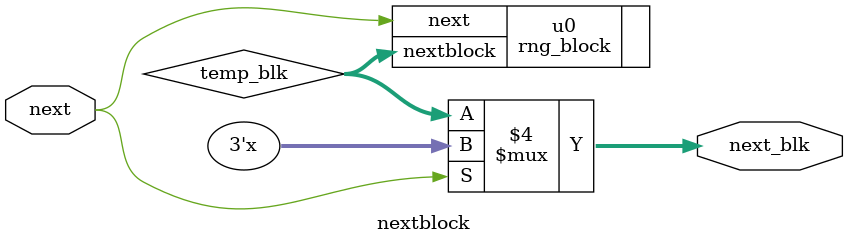
<source format=v>
`timescale 1ns / 1ps


module nextblock(input next, output reg [2:0] next_blk);

wire [2:0] temp_blk;

rng_block u0(.next(next), .nextblock(temp_blk));


always @ (*)
  begin

    if (next == 0)
        begin
            next_blk = temp_blk;
        end
    
    
  end

endmodule
</source>
